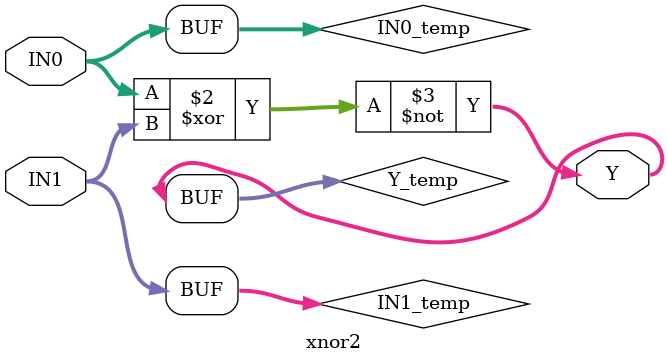
<source format=v>
module xnor2(IN0,IN1,Y);
  parameter N = 8;
  parameter DPFLAG = 1;
  parameter GROUP = "dpath1";
  parameter
        d_IN0 = 0,
        d_IN1 = 0,
        d_Y = 1;
  input [(N - 1):0] IN0;
  input [(N - 1):0] IN1;
  output [(N - 1):0] Y;
  wire [(N - 1):0] IN0_temp;
  wire [(N - 1):0] IN1_temp;
  reg [(N - 1):0] Y_temp;
  assign #(d_IN0) IN0_temp = IN0;
  assign #(d_IN1) IN1_temp = IN1;
  assign #(d_Y) Y = Y_temp;
  always
    @(IN0_temp or IN1_temp)
      begin
      Y_temp = ( ~ (IN0_temp ^ IN1_temp));
      end
endmodule

</source>
